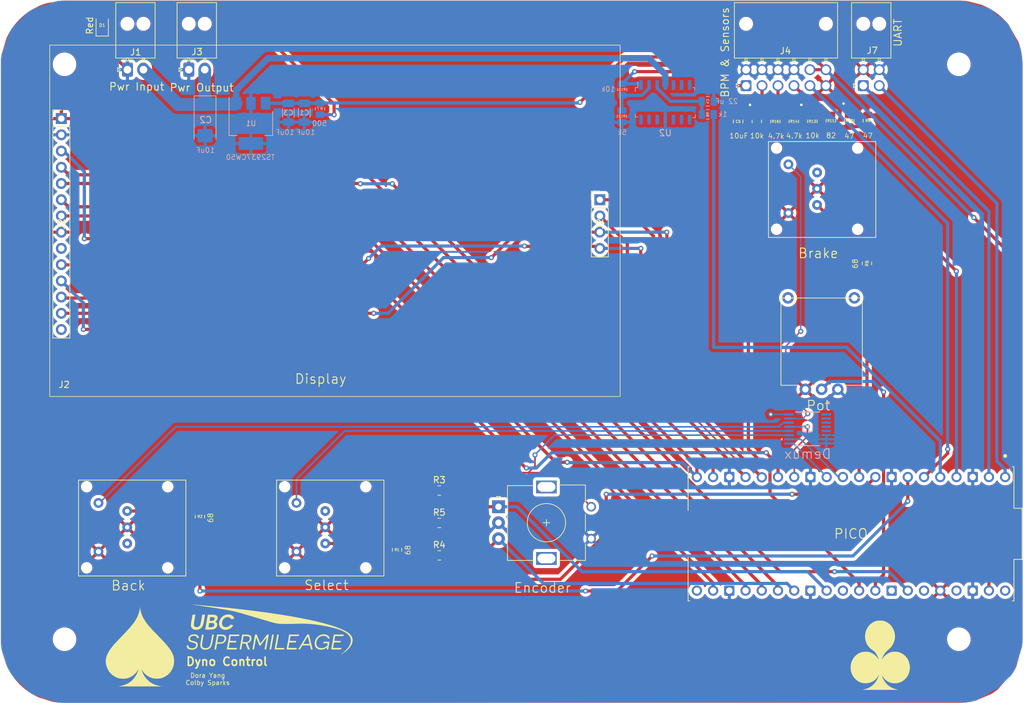
<source format=kicad_pcb>
(kicad_pcb (version 20221018) (generator pcbnew)
  (layers (0 "F.Cu" signal) (31 "B.Cu" signal) (34 "B.Paste" user) (35 "F.Paste" user) (36 "B.SilkS" user "B.Silkscreen") (37 "F.SilkS" user "F.Silkscreen") (38 "B.Mask" user) (39 "F.Mask" user) (44 "Edge.Cuts" user))
  (net 0 "")
  (net 1 "+3.3V")
  (net 2 "/UART_TX")
  (net 3 "/UART_RX")
  (net 4 "Earth")
  (net 5 "/OP_IN")
  (net 6 "/BPM_CTRL_OUT")
  (net 7 "/BTN_BRAKE")
  (net 8 "/LED_BACK")
  (net 9 "/LED_SELECT")
  (net 10 "/LED_BRAKE")
  (net 11 "/MISO_1")
  (net 12 "/SD_CS")
  (net 13 "/SCLK_1")
  (net 14 "/MOSI_1")
  (net 15 "/MISO_0")
  (net 16 "/LCD_CS")
  (net 17 "/SCLK_0")
  (net 18 "/MOSI_0")
  (net 19 "/LCD_RST")
  (net 20 "/LCD_DC")
  (net 22 "/FORCE_IN")
  (net 23 "/BPM_CTRL_IN")
  (net 25 "/ROT_EN_B")
  (net 28 "+5V")
  (net 30 "+24V")
  (net 31 "Net-(U2-+)")
  (net 32 "/BPM_CTRL")
  (net 33 "/FORCE_SIG")
  (net 34 "/OP_CATHODE")
  (net 35 "/OP_SIG")
  (net 36 "Net-(D1-A)")
  (net 37 "/DEMUX_S0")
  (net 38 "/DEMUX_S1")
  (net 39 "/DEMUX_OUT")
  (net 40 "/TOUCH_CS")
  (net 42 "Net-(S3-L1_Y)")
  (net 43 "Net-(U2--)")
  (net 47 "Net-(S1-L2_G)")
  (net 48 "Net-(R10-Pad1)")
  (net 49 "Net-(S2-L1_Y)")
  (net 50 "/BTN_BACK")
  (net 51 "/BTN_SELECT")
  (net 52 "/ROT_EN_SW")
  (net 53 "/KILL_SW")
  (net 60 "/ROT_EN_A")
  (footprint "Resistor_SMD:R_0805_2012Metric" (layer "F.Cu") (at 131.1675 119.38)
    (fp_text reference "R4")
    (fp_text value "5kΩ")
  )
  (footprint "MountingHole:MountingHole_3.2mm_M3" (layer "F.Cu") (at 72.5 132.5)
    (fp_text reference "H3")
    (fp_text value "MountingHole")
  )
  (footprint "custom_connectors:ILI9351_Large_Display" (layer "F.Cu") (at 112.386 67.002)
    (fp_text reference "J2")
    (fp_text value "Display")
  )
  (footprint "Capacitor_SMD:C_0805_2012Metric" (layer "F.Cu") (at 177.95 51.45 90)
    (fp_text reference "C5")
    (fp_text value "10uF")
  )
  (footprint "LOGO" (layer "F.Cu") (at 84.417009 133.742791)
    (fp_text reference "G***")
    (fp_text value "LOGO" hide)
  )
  (footprint "Rotary_Encoder:RotaryEncoder_Alps_EC11E_Vertical_H20mm" (layer "F.Cu") (at 140.44 111.76)
    (fp_text reference "Encoder")
    (fp_text value "RotaryEncoder_Switch")
  )
  (footprint "Connector_Molex:Molex_Nano-Fit_105314-xx12_2x06_P2.50mm_Horizontal" (layer "F.Cu") (at 179.19 45.845 90)
    (fp_text reference "J4")
    (fp_text value "BPM & Sensors")
  )
  (footprint "Resistor_SMD:R_0805_2012Metric" (layer "F.Cu") (at 195.354284 51.3375 90)
    (fp_text reference "R10")
    (fp_text value "47")
  )
  (footprint "Resistor_SMD:R_0805_2012Metric" (layer "F.Cu") (at 186.667142 51.45 90)
    (fp_text reference "R14")
    (fp_text value "4.7k")
  )
  (footprint "Connector_Molex:Molex_Nano-Fit_105314-xx04_2x02_P2.50mm_Horizontal" (layer "F.Cu") (at 197.54 45.845 90)
    (fp_text reference "J7")
    (fp_text value "UART")
  )
  (footprint "LOGO" (layer "F.Cu") (at 104.417009 131.742791)
    (fp_text reference "G***")
    (fp_text value "LOGO" hide)
  )
  (footprint "LP11EE1NCSYG:LP11EE1NCSYG" (layer "F.Cu") (at 182.695 54.595)
    (fp_text reference "S3")
    (fp_text value "Brake")
  )
  (footprint "Raspberry_Pi_Pico_W_Kicad_Files-main:MODULE_SC0918" (layer "F.Cu") (at 195.62 116 -90)
    (fp_text reference "A1")
    (fp_text value "PICO")
  )
  (footprint "Connector_Molex:Molex_Nano-Fit_105313-xx02_1x02_P2.50mm_Horizontal" (layer "F.Cu") (at 91.95 43.34 90)
    (fp_text reference "J3")
    (fp_text value "Pwr Output")
  )
  (footprint "Resistor_SMD:R_0805_2012Metric" (layer "F.Cu") (at 93.7 113.3 -90)
    (fp_text reference "R2")
    (fp_text value "68")
  )
  (footprint "Resistor_SMD:R_0805_2012Metric" (layer "F.Cu") (at 131.1675 109.22)
    (fp_text reference "R3")
    (fp_text value "5kΩ")
  )
  (footprint "Resistor_SMD:R_0805_2012Metric" (layer "F.Cu") (at 192.45857 51.3375 -90)
    (fp_text reference "R11")
    (fp_text value "82")
  )
  (footprint "LP11EE1NCSYG:LP11EE1NCSYG" (layer "F.Cu") (at 74.695 107.595)
    (fp_text reference "S1")
    (fp_text value "Back")
  )
  (footprint "Resistor_SMD:R_0805_2012Metric" (layer "F.Cu") (at 189.562856 51.435 90)
    (fp_text reference "R13")
    (fp_text value "10k")
  )
  (footprint "Resistor_SMD:R_0805_2012Metric" (layer "F.Cu") (at 198.12 73.66 -90)
    (fp_text reference "R6")
    (fp_text value "68")
  )
  (footprint "LP11EE1NCSYG:LP11EE1NCSYG" (layer "F.Cu") (at 105.695 107.595)
    (fp_text reference "S2")
    (fp_text value "Select")
  )
  (footprint "MountingHole:MountingHole_3.2mm_M3" (layer "F.Cu") (at 72.5 42.5)
    (fp_text reference "H4")
    (fp_text value "MountingHole")
  )
  (footprint "Connector_Molex:Molex_Nano-Fit_105313-xx02_1x02_P2.50mm_Horizontal" (layer "F.Cu") (at 82.35 43.34 90)
    (fp_text reference "J1")
    (fp_text value "Pwr Input")
  )
  (footprint "MountingHole:MountingHole_3.2mm_M3" (layer "F.Cu") (at 212.5 132.5)
    (fp_text reference "H1")
    (fp_text value "MountingHole")
  )
  (footprint "Resistor_SMD:R_0805_2012Metric" (layer "F.Cu") (at 183.771428 51.45 90)
    (fp_text reference "R16")
    (fp_text value "4.7k")
  )
  (footprint "Resistor_SMD:R_0805_2012Metric" (layer "F.Cu") (at 124.55 118.5 -90)
    (fp_text reference "R1")
    (fp_text value "68")
  )
  (footprint "Resistor_SMD:R_0805_2012Metric" (layer "F.Cu") (at 180.875714 51.45 90)
    (fp_text reference "R17")
    (fp_text value "10k")
  )
  (footprint "Resistor_SMD:R_0805_2012Metric" (layer "F.Cu") (at 131.1675 114.3)
    (fp_text reference "R5")
    (fp_text value "5kΩ")
  )
  (footprint "Resistor_SMD:R_0805_2012Metric" (layer "F.Cu") (at 198.25 51.3375 -90)
    (fp_text reference "R9")
    (fp_text value "47")
  )
  (footprint "LED_SMD:LED_0805_2012Metric" (layer "F.Cu") (at 78.4 36.4 90)
    (fp_text reference "D1")
    (fp_text value "Red")
  )
  (footprint "LOGO" (layer "F.Cu") (at 200.3 135)
    (fp_text reference "G***")
    (fp_text value "LOGO" hide)
  )
  (footprint "Potentiometer_THT:Potentiometer_Vishay_148-149_Single_Vertical_1" (layer "F.Cu") (at 184.6795 92.6805 90)
    (fp_text reference "RV1")
    (fp_text value "Pot")
  )
  (footprint "MountingHole:MountingHole_3.2mm_M3" (layer "F.Cu") (at 212.5 42.5)
    (fp_text reference "H2")
    (fp_text value "MountingHole")
  )
  (footprint "Resistor_SMD:R_0805_2012Metric" (layer "B.Cu") (at 159.75 50.65 -90)
    (fp_text reference "R12")
    (fp_text value "5k")
  )
  (footprint "74HC4052PW-footprints_LOCAL:TSSOP16_5P1X4P5_NEX" (layer "B.Cu") (at 188.82265 99.575002 180)
    (property "VALUE" "74HC4052")
    (fp_text reference "U3")
    (fp_text value "Demux")
  )
  (footprint "Resistor_SMD:R_0805_2012Metric" (layer "B.Cu") (at 173.2 50.35)
    (fp_text reference "R8")
    (fp_text value "1k")
  )
  (footprint "Package_TO_SOT_SMD:SOT-223-3_TabPin2" (layer "B.Cu") (at 101.675 51.75 -90)
    (fp_text reference "U1")
    (fp_text value "TS2937CW50")
  )
  (footprint "Capacitor_Tantalum_SMD:CP_EIA-6032-20_AVX-F" (layer "B.Cu") (at 94.5 51.2 -90)
    (fp_text reference "C2")
    (fp_text value "10uF")
  )
  (footprint "Capacitor_SMD:C_0805_2012Metric" (layer "B.Cu") (at 173.2 48.3)
    (fp_text reference "C4")
    (fp_text value "22 uF")
  )
  (footprint "Resistor_SMD:R_0805_2012Metric" (layer "B.Cu") (at 159.8 46.45 90)
    (fp_text reference "R15")
    (fp_text value "10k")
  )
  (footprint "SOIC:SOIC-14_W3.9mm" (layer "B.Cu") (at 166.55 48.45)
    (fp_text reference "U2")
    (fp_text value "LM324")
  )
  (footprint "Capacitor_SMD:C_1206_3216Metric" (layer "B.Cu") (at 110.03 50.085 -90)
    (fp_text reference "C1")
    (fp_text value "10uF")
  )
  (footprint "Capacitor_SMD:C_1206_3216Metric" (layer "B.Cu") (at 107.545 50.085 -90)
    (fp_text reference "C3")
    (fp_text value "10uF")
  )
  (footprint "Resistor_SMD:R_0805_2012Metric" (layer "B.Cu") (at 112.5 49.47 90)
    (fp_text reference "R7")
    (fp_text value "500")
  )
  (gr_arc (start 222.5 132.5) (mid 219.571068 139.571068) (end 212.5 142.5) (stroke (width 0.05)) (layer "Edge.Cuts"))
  (gr_arc (start 72.5 142.5) (mid 65.428932 139.571068) (end 62.5 132.5) (stroke (width 0.05)) (layer "Edge.Cuts"))
  (gr_line (start 222.5 132.5) (end 222.5 42.5) (stroke (width 0.05)) (layer "Edge.Cuts"))
  (gr_line (start 72.5 142.5) (end 212.5 142.5) (stroke (width 0.05)) (layer "Edge.Cuts"))
  (gr_arc (start 212.5 32.5) (mid 219.571068 35.428932) (end 222.5 42.5) (stroke (width 0.05)) (layer "Edge.Cuts"))
  (gr_arc (start 62.5 42.5) (mid 65.428932 35.428932) (end 72.5 32.5) (stroke (width 0.05)) (layer "Edge.Cuts"))
  (gr_line (start 212.5 32.5) (end 72.5 32.5) (stroke (width 0.05)) (layer "Edge.Cuts"))
  (gr_line (start 62.5 42.5) (end 62.5 132.5) (stroke (width 0.05)) (layer "Edge.Cuts"))
  (gr_text "Dora Yang\nColby Sparks\n" (at 94.917009 138.742791) (layer "F.SilkS") (effects (font (size 0.7 0.7) (thickness 0.1))))
  (gr_text "Dyno Control\n" (at 97.917009 136) (layer "F.SilkS") (effects (font (size 1.3 1.3) (thickness 0.25))))
  (via (at 183.05 97.3) (size 0.8) (drill 0.4) (layers "F.Cu" "B.Cu") (net 1))
  (segment (start 185.8953 97.300003) (end 183.05 97.3) (width 0.2) (layer "B.Cu") (net 1))
  (segment (start 219.75 105.918) (end 219.75 107.11) (width 0.5) (layer "B.Cu") (net 2))
  (segment (start 218.45 104.618) (end 219.75 105.918) (width 0.5) (layer "B.Cu") (net 2))
  (segment (start 200.04 45.845) (end 218.45 64.255) (width 0.5) (layer "B.Cu") (net 2))
  (segment (start 218.45 64.255) (end 218.45 104.618) (width 0.5) (layer "B.Cu") (net 2))
  (segment (start 197.54 45.845) (end 217.21 65.515) (width 0.5) (layer "B.Cu") (net 3))
  (segment (start 217.21 65.515) (end 217.21 107.11) (width 0.5) (layer "B.Cu") (net 3))
  (segment (start 187.85 48.85) (end 187.85 48.8) (width 0.5) (layer "F.Cu") (net 4))
  (segment (start 195.354284 49.554284) (end 195.354284 50.425) (width 0.5) (layer "F.Cu") (net 4))
  (segment (start 187.85 48.8) (end 187.9 48.85) (width 0.5) (layer "F.Cu") (net 4))
  (segment (start 78.4 37.3375) (end 78.4 39.39) (width 0.5) (layer "F.Cu") (net 4))
  (segment (start 194.45 48.65) (end 195.354284 49.554284) (width 0.5) (layer "F.Cu") (net 4))
  (segment (start 187.9 48.85) (end 187.85 48.85) (width 0.5) (layer "F.Cu") (net 4))
  (segment (start 189.562856 50.5225) (end 189.5225 50.5225) (width 0.5) (layer "F.Cu") (net 4))
  (segment (start 179.8 48.85) (end 180.875714 49.925714) (width 0.5) (layer "F.Cu") (net 4))
  (segment (start 177.95 50.5) (end 180.838214 50.5) (width 0.5) (layer "F.Cu") (net 4))
  (segment (start 180.838214 50.5) (end 180.875714 50.5375) (width 0.25) (layer "F.Cu") (net 4))
  (segment (start 78.4 39.39) (end 82.35 43.34) (width 0.5) (layer "F.Cu") (net 4))
  (segment (start 180.875714 49.925714) (end 180.875714 50.5375) (width 0.5) (layer "F.Cu") (net 4))
  (segment (start 189.5225 50.5225) (end 187.85 48.85) (width 0.5) (layer "F.Cu") (net 4))
  (via (at 187.85 48.85) (size 0.8) (drill 0.4) (layers "F.Cu" "B.Cu") (net 4))
  (via (at 194.45 48.65) (size 0.8) (drill 0.4) (layers "F.Cu" "B.Cu") (net 4))
  (via (at 179.8 48.85) (size 0.8) (drill 0.4) (layers "F.Cu" "B.Cu") (net 4))
  (segment (start 191.75 100.550001) (end 193.199999 100.550001) (width 0.2) (layer "B.Cu") (net 4))
  (segment (start 101.675 48.6) (end 101.675 54.9) (width 0.5) (layer "B.Cu") (net 4))
  (segment (start 193.199999 100.550001) (end 193.2 100.55) (width 0.2) (layer "B.Cu") (net 4))
  (segment (start 212.107678 74.892322) (end 189.562856 52.3475) (width 0.5) (layer "F.Cu") (net 5))
  (segment (start 186.667142 52.3625) (end 189.547856 52.3625) (width 0.5) (layer "F.Cu") (net 5))
  (segment (start 189.547856 52.3625) (end 189.562856 52.3475) (width 0.5) (layer "F.Cu") (net 5))
  (via (at 212.107678 74.892322) (size 0.8) (drill 0.4) (layers "F.Cu" "B.Cu") (net 5))
  (segment (start 212.107678 74.892322) (end 212.13 74.914644) (width 0.5) (layer "B.Cu") (net 5))
  (segment (start 212.13 74.914644) (end 212.13 107.11) (width 0.5) (layer "B.Cu") (net 5))
  (segment (start 174.1125 86.8125) (end 174.1125 50.35) (width 0.5) (layer "B.Cu") (net 6))
  (segment (start 174.1125 86.8125) (end 194.934582 86.8125) (width 0.5) (layer "B.Cu") (net 6))
  (segment (start 209.59 101.467918) (end 209.59 107.11) (width 0.5) (layer "B.Cu") (net 6))
  (segment (start 194.934582 86.8125) (end 209.59 101.467918) (width 0.5) (layer "B.Cu") (net 6))
  (segment (start 187.75 84.3) (end 185.42 86.63) (width 0.2) (layer "F.Cu") (net 7))
  (segment (start 188.8 97.15) (end 188.8 97) (width 0.2) (layer "F.Cu") (net 7))
  (segment (start 188.85 97.2) (end 188.8 97.15) (width 0.2) (layer "F.Cu") (net 7))
  (segment (start 185.42 86.63) (end 185.42 93.62) (width 0.2) (layer "F.Cu") (net 7))
  (segment (start 185.42 93.62) (end 188.85 97.05) (width 0.2) (layer "F.Cu") (net 7))
  (segment (start 188.85 97.05) (end 188.85 97.2) (width 0.2) (layer "F.Cu") (net 7))
  (via (at 188.85 97.2) (size 0.8) (drill 0.4) (layers "F.Cu" "B.Cu") (net 7))
  (via (at 187.75 84.3) (size 0.8) (drill 0.4) (layers "F.Cu" "B.Cu") (net 7))
  (segment (start 187.75 60.1) (end 185.815 58.165) (width 0.2) (layer "B.Cu") (net 7))
  (segment (start 187.75 84.3) (end 187.75 60.1) (width 0.2) (layer "B.Cu") (net 7))
  (segment (start 188.85 97.2) (end 188.099996 97.950004) (width 0.2) (layer "B.Cu") (net 7))
  (segment (start 188.099996 97.950004) (end 185.8953 97.950004) (width 0.2) (layer "B.Cu") (net 7))
  (segment (start 93.7 124.95) (end 93.7 114.2125) (width 0.5) (layer "F.Cu") (net 8))
  (segment (start 204.5 107.12) (end 204.51 107.11) (width 0.508) (layer "F.Cu") (net 8))
  (segment (start 154.05 124.95) (end 159 124.95) (width 0.5) (layer "F.Cu") (net 8))
  (segment (start 159 124.95) (end 164.48 119.47) (width 0.5) (layer "F.Cu") (net 8))
  (segment (start 204.5 110.9) (end 204.5 107.12) (width 0.5) (layer "F.Cu") (net 8))
  (via (at 154.05 124.95) (size 0.8) (drill 0.4) (layers "F.Cu" "B.Cu") (net 8))
  (via (at 164.48 119.47) (size 0.8) (drill 0.4) (layers "F.Cu" "B.Cu") (net 8))
  (via (at 204.5 110.9) (size 0.8) (drill 0.4) (layers "F.Cu" "B.Cu") (net 8))
  (via (at 93.7 124.95) (size 0.8) (drill 0.4) (layers "F.Cu" "B.Cu") (net 8))
  (segment (start 93.7 124.95) (end 154.05 124.95) (width 0.5) (layer "B.Cu") (net 8))
  (segment (start 195.93 119.47) (end 204.5 110.9) (width 0.5) (layer "B.Cu") (net 8))
  (segment (start 164.48 119.47) (end 195.93 119.47) (width 0.5) (layer "B.Cu") (net 8))
  (segment (start 126.27 123.12) (end 124.55 121.4) (width 0.508) (layer "F.Cu") (net 9))
  (segment (start 186.4 109.8) (end 196.74 109.8) (width 0.508) (layer "F.Cu") (net 9))
  (segment (start 150.13 123.12) (end 126.27 123.12) (width 0.508) (layer "F.Cu") (net 9))
  (segment (start 157.3 109.8) (end 157.3 115.95) (width 0.508) (layer "F.Cu") (net 9))
  (segment (start 157.3 115.95) (end 150.13 123.12) (width 0.508) (layer "F.Cu") (net 9))
  (segment (start 196.74 109.8) (end 199.43 107.11) (width 0.508) (layer "F.Cu") (net 9))
  (segment (start 124.55 121.4) (end 124.55 119.625) (width 0.508) (layer "F.Cu") (net 9))
  (via (at 186.4 109.8) (size 0.8) (drill 0.4) (layers "F.Cu" "B.Cu") (net 9))
  (via (at 157.3 109.8) (size 0.8) (drill 0.4) (layers "F.Cu" "B.Cu") (net 9))
  (segment (start 186.4 109.8) (end 157.3 109.8) (width 0.508) (layer "B.Cu") (net 9))
  (segment (start 196.89 100.29) (end 196.89 107.11) (width 0.5) (layer "F.Cu") (net 10))
  (segment (start 198.12 99.06) (end 198.12 74.5725) (width 0.5) (layer "F.Cu") (net 10))
  (segment (start 198.12 99.06) (end 196.89 100.29) (width 0.5) (layer "F.Cu") (net 10))
  (segment (start 143.32 68.78) (end 139.4 72.7) (width 0.5) (layer "F.Cu") (net 11))
  (segment (start 166.78 68.78) (end 166.8 68.8) (width 0.5) (layer "F.Cu") (net 11))
  (segment (start 166.8 92.301881) (end 181.65 107.151881) (width 0.5) (layer "F.Cu") (net 11))
  (segment (start 120.9 81.48) (end 72 81.48) (width 0.5) (layer "F.Cu") (net 11))
  (segment (start 156.3 68.78) (end 143.32 68.78) (width 0.5) (layer "F.Cu") (net 11))
  (segment (start 166.8 68.8) (end 166.8 92.301881) (width 0.5) (layer "F.Cu") (net 11))
  (via (at 139.308307 72.761576) (size 0.8) (drill 0.4) (layers "F.Cu" "B.Cu") (net 11))
  (via (at 120.9 81.48) (size 0.8) (drill 0.4) (layers "F.Cu" "B.Cu") (net 11))
  (via (at 166.78 68.78) (size 0.8) (drill 0.4) (layers "F.Cu" "B.Cu") (net 11))
  (segment (start 120.9 81.48) (end 123.12 81.48) (width 0.5) (layer "B.Cu") (net 11))
  (segment (start 166.78 68.78) (end 156.3 68.78) (width 0.5) (layer "B.Cu") (net 11))
  (segment (start 123.12 81.48) (end 131.838424 72.761576) (width 0.5) (layer "B.Cu") (net 11))
  (segment (start 131.838424 72.761576) (end 139.308307 72.761576) (width 0.5) (layer "B.Cu") (net 11))
  (segment (start 164.7 69.4) (end 159 63.7) (width 0.5) (layer "F.Cu") (net 12))
  (segment (start 179.11 107.11) (end 164.7 92.7) (width 0.5) (layer "F.Cu") (net 12))
  (segment (start 159 63.7) (end 156.3 63.7) (width 0.5) (layer "F.Cu") (net 12))
  (segment (start 164.7 92.7) (end 164.7 69.4) (width 0.5) (layer "F.Cu") (net 12))
  (segment (start 174.03 105.43) (end 174.03 107.11) (width 0.5) (layer "F.Cu") (net 13))
  (segment (start 162.7 71.34) (end 162.7 94.1) (width 0.5) (layer "F.Cu") (net 13))
  (segment (start 162.72 71.32) (end 162.7 71.34) (width 0.5) (layer "F.Cu") (net 13))
  (segment (start 120.1 72.9) (end 119.1 73.9) (width 0.5) (layer "F.Cu") (net 13))
  (segment (start 144.5 70.95) (end 144.55 71) (width 0.5) (layer "F.Cu") (net 13))
  (segment (start 155.98 71) (end 156.3 71.32) (width 0.5) (layer "F.Cu") (net 13))
  (segment (start 119.1 73.9) (end 72.04 73.9) (width 0.5) (layer "F.Cu") (net 13))
  (segment (start 72.04 73.9) (end 72 73.86) (width 0.5) (layer "F.Cu") (net 13))
  (segment (start 162.7 94.1) (end 174.03 105.43) (width 0.5) (layer "F.Cu") (net 13))
  (segment (start 144.55 71) (end 155.98 71) (width 0.5) (layer "F.Cu") (net 13))
  (via (at 144.5 70.95) (size 0.8) (drill 0.4) (layers "F.Cu" "B.Cu") (net 13))
  (via (at 162.72 71.32) (size 0.8) (drill 0.4) (layers "F.Cu" "B.Cu") (net 13))
  (via (at 120.1 72.9) (size 0.8) (drill 0.4) (layers "F.Cu" "B.Cu") (net 13))
  (segment (start 162.72 71.32) (end 156.3 71.32) (width 0.5) (layer "B.Cu") (net 13))
  (segment (start 144.5 70.95) (end 122.05 70.95) (width 0.5) (layer "B.Cu") (net 13))
  (segment (start 122.05 70.95) (end 120.1 72.9) (width 0.5) (layer "B.Cu") (net 13))
  (segment (start 149.4 104.8) (end 123.7 79.1) (width 0.508) (layer "F.Cu") (net 14))
  (segment (start 123.7 79.1) (end 72.16 79.1) (width 0.508) (layer "F.Cu") (net 14))
  (segment (start 151.2 104.8) (end 149.4 104.8) (width 0.508) (layer "F.Cu") (net 14))
  (segment (start 171.49 107.11) (end 171.49 105.39) (width 0.5) (layer "F.Cu") (net 14))
  (segment (start 160.6 94.5) (end 160.6 70.54) (width 0.5) (layer "F.Cu") (net 14))
  (segment (start 72.16 79.1) (end 72 78.94) (width 0.508) (layer "F.Cu") (net 14))
  (segment (start 160.6 70.54) (end 156.3 66.24) (width 0.5) (layer "F.Cu") (net 14))
  (segment (start 171.49 105.39) (end 160.6 94.5) (width 0.5) (layer "F.Cu") (net 14))
  (via (at 151.2 104.8) (size 0.8) (drill 0.4) (layers "F.Cu" "B.Cu") (net 14))
  (segment (start 151.2 104.8) (end 151.25 104.85) (width 0.508) (layer "B.Cu") (net 14))
  (segment (start 169.23 104.85) (end 171.49 107.11) (width 0.508) (layer "B.Cu") (net 14))
  (segment (start 151.25 104.85) (end 169.23 104.85) (width 0.508) (layer "B.Cu") (net 14))
  (segment (start 174.03 123.698) (end 120.132 69.8) (width 0.508) (layer "F.Cu") (net 16))
  (segment (start 120.132 69.8) (end 75.6 69.8) (width 0.508) (layer "F.Cu") (net 16))
  (segment (start 174.03 123.698) (end 174.03 124.89) (width 0.508) (layer "F.Cu") (net 16))
  (via (at 75.6 69.8) (size 0.8) (drill 0.4) (layers "F.Cu" "B.Cu") (net 16))
  (segment (start 75.6 59.3) (end 72.694 56.394) (width 0.508) (layer "B.Cu") (net 16))
  (segment (start 75.6 69.8) (end 75.6 59.3) (width 0.508) (layer "B.Cu") (net 16))
  (segment (start 121.236896 66.24) (end 179.11 124.113104) (width 0.508) (layer "F.Cu") (net 17))
  (segment (start 179.11 124.113104) (end 179.11 124.89) (width 0.508) (layer "F.Cu") (net 17))
  (segment (start 72 66.24) (end 121.236896 66.24) (width 0.508) (layer "F.Cu") (net 17))
  (segment (start 181.65 124.05) (end 122.4 64.8) (width 0.508) (layer "F.Cu") (net 18))
  (segment (start 181.65 124.89) (end 181.65 124.05) (width 0.508) (layer "F.Cu") (net 18))
  (segment (start 73.1 64.8) (end 72 63.7) (width 0.508) (layer "F.Cu") (net 18))
  (segment (start 122.4 64.8) (end 73.1 64.8) (width 0.508) (layer "F.Cu") (net 18))
  (segment (start 184.19 124.19) (end 119.8 59.8) (width 0.508) (layer "F.Cu") (net 19))
  (segment (start 184.19 124.89) (end 184.19 124.19) (width 0.508) (layer "F.Cu") (net 19))
  (segment (start 73.18 59.8) (end 72 58.62) (width 0.508) (layer "F.Cu") (net 19))
  (segment (start 119.8 59.8) (end 73.18 59.8) (width 0.508) (layer "F.Cu") (net 19))
  (segment (start 184.52 121.92) (end 193.04 121.92) (width 0.5) (layer "F.Cu") (net 20))
  (segment (start 118.77 61.16) (end 118.81 61.2) (width 0.508) (layer "F.Cu") (net 20))
  (segment (start 123.8 61.2) (end 184.52 121.92) (width 0.5) (layer "F.Cu") (net 20))
  (segment (start 72 61.16) (end 118.77 61.16) (width 0.508) (layer "F.Cu") (net 20))
  (via (at 118.81 61.2) (size 0.8) (drill 0.4) (layers "F.Cu" "B.Cu") (net 20))
  (via (at 193.04 121.92) (size 0.8) (drill 0.4) (layers "F.Cu" "B.Cu") (net 20))
  (via (at 123.8 61.2) (size 0.8) (drill 0.4) (layers "F.Cu" "B.Cu") (net 20))
  (segment (start 201.54 121.92) (end 204.51 124.89) (width 0.5) (layer "B.Cu") (net 20))
  (segment (start 118.81 61.2) (end 123.8 61.2) (width 0.5) (layer "B.Cu") (net 20))
  (segment (start 193.04 121.92) (end 201.54 121.92) (width 0.5) (layer "B.Cu") (net 20))
  (segment (start 179.5511 56.582828) (end 179.5511 102.7511) (width 0.5) (layer "F.Cu") (net 22))
  (segment (start 183.771428 52.3625) (end 179.5511 56.582828) (width 0.5) (layer "F.Cu") (net 22))
  (segment (start 182.936 109.744) (end 196.89 123.698) (width 0.5) (layer "F.Cu") (net 22))
  (segment (start 182.936 106.136) (end 182.936 109.744) (width 0.5) (layer "F.Cu") (net 22))
  (segment (start 183.771428 52.3625) (end 180.875714 52.3625) (width 0.5) (layer "F.Cu") (net 22))
  (segment (start 179.5511 102.7511) (end 182.936 106.136) (width 0.5) (layer "F.Cu") (net 22))
  (segment (start 180.875714 52.3625) (end 177.9875 52.3625) (width 0.5) (layer "F.Cu") (net 22))
  (segment (start 177.9875 52.3625) (end 177.95 52.4) (width 0.5) (layer "F.Cu") (net 22))
  (segment (start 196.89 123.698) (end 196.89 124.89) (width 0.5) (layer "F.Cu") (net 22))
  (segment (start 200.72 93.8) (end 200.72 122.38) (width 0.5) (layer "F.Cu") (net 23))
  (segment (start 199.43 123.67) (end 199.43 124.89) (width 0.5) (layer "F.Cu") (net 23))
  (segment (start 200.72 122.38) (end 199.43 123.67) (width 0.5) (layer "F.Cu") (net 23))
  (via (at 200.72 93.8) (size 0.8) (drill 0.4) (layers "F.Cu" "B.Cu") (net 23))
  (segment (start 199.0739 92.1539) (end 200.72 93.8) (width 0.5) (layer "B.Cu") (net 23))
  (segment (start 192.2423 92.1539) (end 199.0739 92.1539) (width 0.5) (layer "B.Cu") (net 23))
  (segment (start 191.0173 93.3789) (end 192.2423 92.1539) (width 0.5) (layer "B.Cu") (net 23))
  (segment (start 137.82 119.38) (end 140.44 116.76) (width 0.5) (layer "F.Cu") (net 25))
  (segment (start 132.08 119.38) (end 137.82 119.38) (width 0.5) (layer "F.Cu") (net 25))
  (segment (start 147.445 123.765) (end 185.605 123.765) (width 0.5) (layer "B.Cu") (net 25))
  (segment (start 185.605 123.765) (end 186.73 124.89) (width 0.5) (layer "B.Cu") (net 25))
  (segment (start 140.44 116.76) (end 147.445 123.765) (width 0.5) (layer "B.Cu") (net 25))
  (segment (start 221.2 72.85) (end 221.2 112.45) (width 0.5) (layer "F.Cu") (net 28))
  (segment (start 214.85 66.5) (end 221.2 72.85) (width 0.5) (layer "F.Cu") (net 28))
  (segment (start 189.19 43.345) (end 191.69 43.345) (width 0.5) (layer "F.Cu") (net 28))
  (segment (start 160.3 41.35) (end 189.695 41.35) (width 0.508) (layer "F.Cu") (net 28))
  (segment (start 217.21 116.44) (end 217.21 124.89) (width 0.5) (layer "F.Cu") (net 28))
  (segment (start 221.2 112.45) (end 217.21 116.44) (width 0.5) (layer "F.Cu") (net 28))
  (segment (start 189.695 41.35) (end 191.69 43.345) (width 0.508) (layer "F.Cu") (net 28))
  (segment (start 153.2 48.45) (end 160.3 41.35) (width 0.508) (layer "F.Cu") (net 28))
  (via (at 214.85 66.5) (size 0.8) (drill 0.4) (layers "F.Cu" "B.Cu") (net 28))
  (via (at 153.2 48.45) (size 0.8) (drill 0.4) (layers "F.Cu" "B.Cu") (net 28))
  (segment (start 153.2 48.45) (end 153.1 48.55) (width 0.508) (layer "B.Cu") (net 28))
  (segment (start 112.4475 48.61) (end 112.5 48.5575) (width 0.508) (layer "B.Cu") (net 28))
  (segment (start 110.03 48.61) (end 112.4475 48.61) (width 0.508) (layer "B.Cu") (net 28))
  (segment (start 107.545 48.61) (end 110.03 48.61) (width 0.508) (layer "B.Cu") (net 28))
  (segment (start 107.535 48.6) (end 107.545 48.61) (width 0.508) (layer "B.Cu") (net 28))
  (segment (start 112.5075 48.55) (end 112.5 48.5575) (width 0.508) (layer "B.Cu") (net 28))
  (segment (start 103.975 48.6) (end 107.535 48.6) (width 0.508) (layer "B.Cu") (net 28))
  (segment (start 191.69 43.345) (end 191.695 43.345) (width 0.5) (layer "B.Cu") (net 28))
  (segment (start 191.695 43.345) (end 214.85 66.5) (width 0.5) (layer "B.Cu") (net 28))
  (segment (start 153.1 48.55) (end 112.5075 48.55) (width 0.508) (layer "B.Cu") (net 28))
  (segment (start 99.375 48.6) (end 99.225 48.75) (width 2) (layer "B.Cu") (net 30))
  (segment (start 99.375 48.6) (end 99.375 46.525) (width 1) (layer "B.Cu") (net 30))
  (segment (start 99.375 46.525) (end 104.35 41.55) (width 1) (layer "B.Cu") (net 30))
  (segment (start 104.35 41.55) (end 164 41.55) (width 1) (layer "B.Cu") (net 30))
  (segment (start 94.6375 48.6) (end 94.5 48.7375) (width 1) (layer "B.Cu") (net 30))
  (segment (start 94.7875 48.75) (end 94.6375 48.6) (width 2) (layer "B.Cu") (net 30))
  (segment (start 164 41.55) (end 166.55 44.1) (width 1) (layer "B.Cu") (net 30))
  (segment (start 90.2975 48.7875) (end 94.7 48.7875) (width 2) (layer "B.Cu") (net 30))
  (segment (start 94.45 48.5375) (end 94.7 48.7875) (width 2) (layer "B.Cu") (net 30))
  (segment (start 84.85 43.34) (end 90.2975 48.7875) (width 2) (layer "B.Cu") (net 30))
  (segment (start 99.225 48.75) (end 94.7875 48.75) (width 2) (layer "B.Cu") (net 30))
  (segment (start 166.55 44.1) (end 166.55 45.75) (width 1) (layer "B.Cu") (net 30))
  (segment (start 94.45 43.34) (end 94.45 48.5375) (width 2) (layer "B.Cu") (net 30))
  (segment (start 172.2875 50.35) (end 172.2875 48.3375) (width 0.5) (layer "B.Cu") (net 31))
  (segment (start 172.25 48.3) (end 167.355 48.3) (width 0.5) (layer "B.Cu") (net 31))
  (segment (start 172.2875 48.3375) (end 172.25 48.3) (width 0.5) (layer "B.Cu") (net 31))
  (segment (start 165.28 46.225) (end 165.28 45.75) (width 0.5) (layer "B.Cu") (net 31))
  (segment (start 167.355 48.3) (end 165.28 46.225) (width 0.5) (layer "B.Cu") (net 31))
  (segment (start 161.75 43.65) (end 173 43.65) (width 0.5) (layer "F.Cu") (net 32))
  (segment (start 173 43.65) (end 175.195 45.845) (width 0.5) (layer "F.Cu") (net 32))
  (segment (start 175.195 45.845) (end 179.19 45.845) (width 0.5) (layer "F.Cu") (net 32))
  (via (at 161.75 43.65) (size 0.8) (drill 0.4) (layers "F.Cu" "B.Cu") (net 32))
  (segment (start 162.5275 45.5375) (end 162.74 45.75) (width 0.5) (layer "B.Cu") (net 32))
  (segment (start 161.6875 43.65) (end 159.8 45.5375) (width 0.5) (layer "B.Cu") (net 32))
  (segment (start 159.8 45.5375) (end 162.5275 45.5375) (width 0.5) (layer "B.Cu") (net 32))
  (segment (start 161.75 43.65) (end 161.6875 43.65) (width 0.5) (layer "B.Cu") (net 32))
  (segment (start 181.69 48.456072) (end 183.771428 50.5375) (width 0.5) (layer "F.Cu") (net 33))
  (segment (start 181.69 45.845) (end 181.69 48.456072) (width 0.5) (layer "F.Cu") (net 33))
  (segment (start 189.845 49) (end 191.03357 49) (width 0.5) (layer "F.Cu") (net 34))
  (segment (start 186.69 45.845) (end 189.845 49) (width 0.5) (layer "F.Cu") (net 34))
  (segment (start 191.03357 49) (end 192.45857 50.425) (width 0.5) (layer "F.Cu") (net 34))
  (segment (start 184.19 48.060358) (end 186.667142 50.5375) (width 0.5) (layer "F.Cu") (net 35))
  (segment (start 184.19 45.845) (end 184.19 48.060358) (width 0.5) (layer "F.Cu") (net 35))
  (segment (start 81.45 38.45) (end 78.4625 35.4625) (width 0.5) (layer "F.Cu") (net 36))
  (segment (start 114.7 48.75) (end 104.4 38.45) (width 0.5) (layer "F.Cu") (net 36))
  (segment (start 78.4625 35.4625) (end 78.4 35.4625) (width 0.5) (layer "F.Cu") (net 36))
  (segment (start 114.7 50.4) (end 114.7 48.75) (width 0.5) (layer "F.Cu") (net 36))
  (segment (start 104.4 38.45) (end 81.45 38.45) (width 0.5) (layer "F.Cu") (net 36))
  (via (at 114.7 50.4) (size 0.8) (drill 0.4) (layers "F.Cu" "B.Cu") (net 36))
  (segment (start 112.5 50.3825) (end 114.6825 50.3825) (width 0.5) (layer "B.Cu") (net 36))
  (segment (start 114.6825 50.3825) (end 114.7 50.4) (width 0.5) (layer "B.Cu") (net 36))
  (segment (start 185.8953 101.200003) (end 187.750003 101.200003) (width 0.25) (layer "B.Cu") (net 37))
  (segment (start 187.750003 101.200003) (end 193.66 107.11) (width 0.25) (layer "B.Cu") (net 37))
  (segment (start 193.66 107.11) (end 194.35 107.11) (width 0.25) (layer "B.Cu") (net 37))
  (segment (start 185.8953 101.850001) (end 186.600001 101.850001) (width 0.25) (layer "B.Cu") (net 38))
  (segment (start 191.81 107.06) (end 191.81 107.11) (width 0.25) (layer "B.Cu") (net 38))
  (segment (start 186.600001 101.850001) (end 191.81 107.06) (width 0.25) (layer "B.Cu") (net 38))
  (segment (start 186.75 107.09) (end 186.73 107.11) (width 0.25) (layer "F.Cu") (net 39))
  (segment (start 188.799996 100.750004) (end 186.75 102.8) (width 0.25) (layer "F.Cu") (net 39))
  (segment (start 188.799996 99.250004) (end 188.799996 100.750004) (width 0.25) (layer "F.Cu") (net 39))
  (segment (start 186.75 102.8) (end 186.75 107.09) (width 0.25) (layer "F.Cu") (net 39))
  (via (at 188.799996 99.250004) (size 0.8) (drill 0.4) (layers "F.Cu" "B.Cu") (net 39))
  (segment (start 185.8953 99.250004) (end 188.799996 99.250004) (width 0.25) (layer "B.Cu") (net 39))
  (segment (start 182.35 103.3) (end 182.3 103.3) (width 0.5) (layer "F.Cu") (net 40))
  (segment (start 182.35 103.35) (end 182.35 103.3) (width 0.5) (layer "F.Cu") (net 40))
  (segment (start 184.19 107.11) (end 184.19 105.19) (width 0.5) (layer "F.Cu") (net 40))
  (segment (start 144.8 105.7) (end 144.7 105.7) (width 0.5) (layer "F.Cu") (net 40))
  (segment (start 184.19 105.19) (end 182.35 103.35) (width 0.5) (layer "F.Cu") (net 40))
  (segment (start 144.7 105.7) (end 123 84) (width 0.5) (layer "F.Cu") (net 40))
  (segment (start 182.3 103.3) (end 182.4 103.4) (width 0.5) (layer "F.Cu") (net 40))
  (segment (start 123 84) (end 75.45 84) (width 0.5) (layer "F.Cu") (net 40))
  (via (at 75.45 84) (size 0.8) (drill 0.4) (layers "F.Cu" "B.Cu") (net 40))
  (via (at 144.8 105.7) (size 0.8) (drill 0.4) (layers "F.Cu" "B.Cu") (net 40))
  (via (at 182.35 103.3) (size 0.8) (drill 0.4) (layers "F.Cu" "B.Cu") (net 40))
  (segment (start 146.35 105.7) (end 148.75 103.3) (width 0.5) (layer "B.Cu") (net 40))
  (segment (start 144.8 105.7) (end 146.35 105.7) (width 0.5) (layer "B.Cu") (net 40))
  (segment (start 75.45 79.85) (end 72 76.4) (width 0.5) (layer "B.Cu") (net 40))
  (segment (start 148.75 103.3) (end 182.35 103.3) (width 0.5) (layer "B.Cu") (net 40))
  (segment (start 75.45 84) (end 75.45 79.85) (width 0.5) (layer "B.Cu") (net 40))
  (segment (start 198.12 72.32) (end 190.315 64.515) (width 0.5) (layer "F.Cu") (net 42))
  (segment (start 198.12 72.7475) (end 198.12 72.32) (width 0.2) (layer "F.Cu") (net 42))
  (segment (start 159.75 49.7375) (end 159.75 47.4125) (width 0.5) (layer "B.Cu") (net 43))
  (segment (start 164.01 46.225) (end 164.01 45.75) (width 0.5) (layer "B.Cu") (net 43))
  (segment (start 159.8 47.3625) (end 162.8725 47.3625) (width 0.5) (layer "B.Cu") (net 43))
  (segment (start 162.8725 47.3625) (end 164.01 46.225) (width 0.5) (layer "B.Cu") (net 43))
  (segment (start 159.75 47.4125) (end 159.8 47.3625) (width 0.5) (layer "B.Cu") (net 43))
  (segment (start 93.6525 112.435) (end 82.315 112.435) (width 0.5) (layer "F.Cu") (net 47))
  (segment (start 93.7 112.3875) (end 93.6525 112.435) (width 0.5) (layer "F.Cu") (net 47))
  (segment (start 195.354284 52.25) (end 198.25 52.25) (width 0.5) (layer "F.Cu") (net 48))
  (segment (start 192.45857 52.25) (end 195.354284 52.25) (width 0.5) (layer "F.Cu") (net 48))
  (segment (start 124.55 117.8) (end 124.265 117.515) (width 0.5) (layer "F.Cu") (net 49))
  (segment (start 124.265 117.515) (end 113.315 117.515) (width 0.5) (layer "F.Cu") (net 49))
  (segment (start 77.815 111.165) (end 77.985 111.165) (width 0.5) (layer "B.Cu") (net 50))
  (segment (start 184.337254 99.25) (end 184.987251 98.600003) (width 0.25) (layer "B.Cu") (net 50))
  (segment (start 77.985 111.165) (end 89.9 99.25) (width 0.25) (layer "B.Cu") (net 50))
  (segment (start 89.9 99.25) (end 184.337254 99.25) (width 0.25) (layer "B.Cu") (net 50))
  (segment (start 184.987251 98.600003) (end 185.8953 98.600003) (width 0.25) (layer "B.Cu") (net 50))
  (segment (start 116.349997 99.900003) (end 185.8953 99.900003) (width 0.25) (layer "B.Cu") (net 51))
  (segment (start 108.815 111.165) (end 108.815 107.435) (width 0.25) (layer "B.Cu") (net 51))
  (segment (start 108.815 107.435) (end 116.349997 99.900003) (width 0.25) (layer "B.Cu") (net 51))
  (segment (start 134.875 106.425) (end 145.100305 106.425) (width 0.25) (layer "F.Cu") (net 52))
  (segment (start 149.605 106.425) (end 145.100305 106.425) (width 0.25) (layer "F.Cu") (net 52))
  (segment (start 132.08 109.22) (end 134.875 106.425) (width 0.25) (layer "F.Cu") (net 52))
  (segment (start 154.94 111.76) (end 149.605 106.425) (width 0.25) (layer "F.Cu") (net 52))
  (segment (start 146.15 105.375305) (end 145.100305 106.425) (width 0.25) (layer "F.Cu") (net 52))
  (segment (start 146.15 103.65) (end 146.15 105.375305) (width 0.25) (layer "F.Cu") (net 52))
  (via (at 146.15 103.65) (size 0.8) (drill 0.4) (layers "F.Cu" "B.Cu") (net 52))
  (segment (start 146.1 103.65) (end 149.199999 100.550001) (width 0.25) (layer "B.Cu") (net 52))
  (segment (start 146.15 103.65) (end 146.1 103.65) (width 0.25) (layer "B.Cu") (net 52))
  (segment (start 149.199999 100.550001) (end 185.8953 100.550001) (width 0.25) (layer "B.Cu") (net 52))
  (segment (start 210.75 103.41) (end 207.05 107.11) (width 0.5) (layer "F.Cu") (net 53))
  (segment (start 210.75 102.75) (end 210.75 103.41) (width 0.5) (layer "F.Cu") (net 53))
  (via (at 210.75 102.75) (size 0.8) (drill 0.4) (layers "F.Cu" "B.Cu") (net 53))
  (segment (start 210.75 67.405) (end 210.75 102.75) (width 0.5) (layer "B.Cu") (net 53))
  (segment (start 189.19 45.845) (end 210.75 67.405) (width 0.5) (layer "B.Cu") (net 53))
  (segment (start 134.62 111.76) (end 140.44 111.76) (width 0.5) (layer "F.Cu") (net 60))
  (segment (start 132.08 114.3) (end 134.62 111.76) (width 0.5) (layer "F.Cu") (net 60))
  (segment (start 143.34 111.76) (end 140.44 111.76) (width 0.5) (layer "B.Cu") (net 60))
  (segment (start 153.5 121.92) (end 143.34 111.76) (width 0.5) (layer "B.Cu") (net 60))
  (segment (start 191.81 124.89) (end 188.84 121.92) (width 0.5) (layer "B.Cu") (net 60))
  (segment (start 188.84 121.92) (end 153.5 121.92) (width 0.5) (layer "B.Cu") (net 60))
  (zone (net 1) (net_name "+3.3V") (layer "F.Cu") (priority 1) (connect_pads (clearance 0.508)) (min_thickness 0.25) (fill yes (thermal_gap 0.5) (thermal_bridge_width 0.5))
    (polygon (pts (xy 72.05 32.55) (xy 213.3 32.5) (xy 216.9 33.4) (xy 219.85 35.55) (xy 222.1 39.5) (xy 222.5 42.75) (xy 222.5 133.15) (xy 221.35 137.25) (xy 218.2 140.8) (xy 214.3 142.45) (xy 71.2 142.45) (xy 67.5 141.3) (xy 64.85 139.2) (xy 62.4 133.3) (xy 62.5 41.5) (xy 63.7 37.5) (xy 65.85 34.85) (xy 69.1 33.05)))
  )
  (zone (net 4) (net_name "Earth") (layer "B.Cu") (connect_pads (clearance 0.508)) (min_thickness 0.25) (fill yes (thermal_gap 0.5) (thermal_bridge_width 0.5))
    (polygon (pts (xy 62.45 126.4) (xy 62.5 41.5) (xy 64.05 37.05) (xy 67.15 33.95) (xy 71.75 32.5) (xy 212.7 32.5) (xy 217.3 33.75) (xy 220.15 36.05) (xy 222.25 40.2) (xy 222.7 43.75) (xy 222.45 45.8) (xy 222.55 133.1) (xy 221.1 137.75) (xy 218.5 140.25) (xy 214.7 142.35) (xy 71.75 142.5) (xy 67.3 141.1) (xy 63.8 137.75) (xy 62.45 133.5)))
  )
)
</source>
